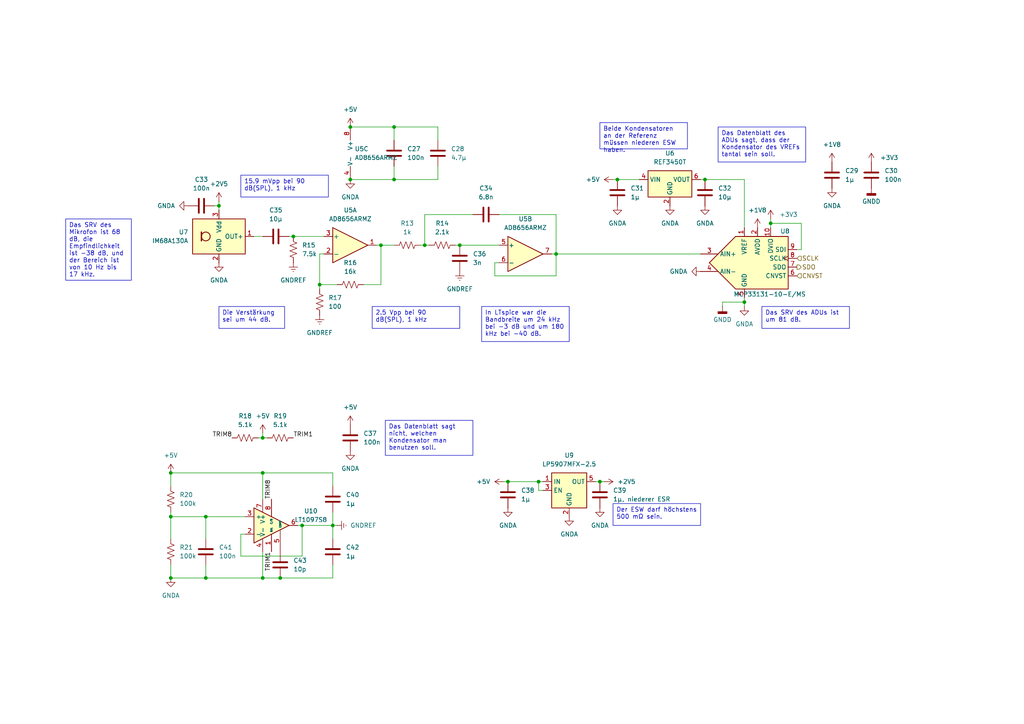
<source format=kicad_sch>
(kicad_sch (version 20231120) (generator "eeschema") (generator_version "8.0")
  (paper "A4")
  (lib_symbols
    (symbol "Amplifier_Operational:AD8656" (pin_names (offset 0.127))
      (property "Reference" "U" (at 0 5.08 0))
      (property "Value" "AD8656" (at 0 -5.08 0))
      (symbol "AD8656_1_1"
        (polyline (pts (xy -5.08 5.08) (xy 5.08 0) (xy -5.08 -5.08) (xy -5.08 5.08)) (stroke (width 0.254)) (fill (type background)))
        (pin output line (at 7.62 0 180) (length 2.54) (name "~") (number "1"))
        (pin input line (at -7.62 -2.54 0) (length 2.54) (name "-") (number "2"))
        (pin input line (at -7.62 2.54 0) (length 2.54) (name "+") (number "3"))
      )
      (symbol "AD8656_2_1"
        (polyline (pts (xy -5.08 5.08) (xy 5.08 0) (xy -5.08 -5.08) (xy -5.08 5.08)) (stroke (width 0.254)) (fill (type background)))
        (pin input line (at -7.62 2.54 0) (length 2.54) (name "+") (number "5"))
        (pin input line (at -7.62 -2.54 0) (length 2.54) (name "-") (number "6"))
        (pin output line (at 7.62 0 180) (length 2.54) (name "~") (number "7"))
      )
      (symbol "AD8656_3_1"
        (pin power_in line (at -2.54 -7.62 90) (length 3.81) (name "V-") (number "4"))
        (pin power_in line (at -2.54 7.62 270) (length 3.81) (name "V+") (number "8"))
      )
    )
    (symbol "Device:C" (pin_numbers hide) (pin_names (offset 0.254))
      (property "Reference" "C" (at 0.635 2.54 0))
      (property "Value" "C" (at 0.635 -2.54 0))
      (symbol "C_0_1"
        (polyline (pts (xy -2.032 -0.762) (xy 2.032 -0.762)) (stroke (width 0.508)))
        (polyline (pts (xy -2.032 0.762) (xy 2.032 0.762)) (stroke (width 0.508)))
      )
      (symbol "C_1_1"
        (pin passive line (at 0 3.81 270) (length 2.794) (name "~") (number "1"))
        (pin passive line (at 0 -3.81 90) (length 2.794) (name "~") (number "2"))
      )
    )
    (symbol "Device:R_US" (pin_numbers hide) (pin_names (offset 0))
      (property "Reference" "R" (at 2.54 0 90))
      (property "Value" "R_US" (at -2.54 0 90))
      (symbol "R_US_0_1"
        (polyline (pts (xy 0 -2.286) (xy 0 -2.54)))
        (polyline (pts (xy 0 2.286) (xy 0 2.54)))
        (polyline (pts (xy 0 -0.762) (xy 1.016 -1.143) (xy 0 -1.524) (xy -1.016 -1.905) (xy 0 -2.286)))
        (polyline (pts (xy 0 0.762) (xy 1.016 0.381) (xy 0 0) (xy -1.016 -0.381) (xy 0 -0.762)))
        (polyline (pts (xy 0 2.286) (xy 1.016 1.905) (xy 0 1.524) (xy -1.016 1.143) (xy 0 0.762)))
      )
      (symbol "R_US_1_1"
        (pin passive line (at 0 3.81 270) (length 1.27) (name "~") (number "1"))
        (pin passive line (at 0 -3.81 90) (length 1.27) (name "~") (number "2"))
      )
    )
    (symbol "Regulator_Linear:LP5907MFX-2.5"
      (property "Reference" "U" (at -3.81 6.35 0))
      (property "Value" "LP5907MFX-2.5" (at 6.35 6.35 0))
      (symbol "LP5907MFX-2.5_0_1"
        (rectangle (start -5.08 -5.08) (end 5.08 5.08) (stroke (width 0.254)) (fill (type background)))
        (pin power_in line (at -7.62 2.54 0) (length 2.54) (name "IN") (number "1"))
        (pin power_in line (at 0 -7.62 90) (length 2.54) (name "GND") (number "2"))
        (pin input line (at -7.62 0 0) (length 2.54) (name "EN") (number "3"))
        (pin no_connect line (at 5.08 0 180) (length 2.54) hide (name "NC") (number "4"))
        (pin power_out line (at 7.62 2.54 180) (length 2.54) (name "OUT") (number "5"))
      )
    )
    (symbol "maßsymbole:IM68A130A"
      (property "Reference" "U" (at 6.096 8.636 0))
      (property "Value" "IM68A130A" (at 6.096 6.35 0))
      (symbol "IM68A130A_1_1"
        (rectangle (start -7.62 5.08) (end 7.62 -5.08) (stroke (width 0.254)) (fill (type background)))
        (circle (center -3.81 0) (radius 1.27) (stroke (width 0.254)))
        (polyline (pts (xy -5.08 1.27) (xy -5.08 -1.27)) (stroke (width 0.381)))
        (pin output line (at 10.16 0 180) (length 2.54) (name "OUT+") (number "1"))
        (pin power_in line (at 0 -7.62 90) (length 2.54) (name "GND") (number "2"))
        (pin power_in line (at 0 7.62 270) (length 2.54) (name "Vdd") (number "3"))
        (pin passive line (at 0 -7.62 90) (length 2.54) hide (name "GND") (number "4"))
        (pin passive line (at 0 -7.62 90) (length 2.54) hide (name "GND") (number "4"))
      )
    )
    (symbol "maßsymbole:LT1097S8"
      (property "Reference" "U" (at 4.318 5.588 0))
      (property "Value" "LT1097S8" (at 5.08 3.81 0))
      (symbol "LT1097S8_0_1"
        (polyline (pts (xy -5.08 5.08) (xy 5.08 0) (xy -5.08 -5.08) (xy -5.08 5.08)) (stroke (width 0.254)) (fill (type background)))
      )
      (symbol "LT1097S8_1_1"
        (pin input line (at 0 -7.62 90) (length 5.08) (name "BAL") (number "1"))
        (pin input line (at -7.62 -2.54 0) (length 2.54) (name "-") (number "2"))
        (pin input line (at -7.62 2.54 0) (length 2.54) (name "+") (number "3"))
        (pin power_in line (at -2.54 -7.62 90) (length 3.81) (name "V-") (number "4"))
        (pin input line (at 2.54 -7.62 90) (length 6.35) (name "COMP") (number "5"))
        (pin output line (at 7.62 0 180) (length 2.54) (name "~") (number "6"))
        (pin power_in line (at -2.54 7.62 270) (length 3.81) (name "V+") (number "7"))
        (pin input line (at 0 7.62 270) (length 5.08) (name "C/B") (number "8"))
      )
    )
    (symbol "maßsymbole:MCP331"
      (property "Reference" "U5" (at 10.414 9.144 0))
      (property "Value" "MCP33131" (at 7.366 -9.144 0))
      (symbol "MCP331_0_0"
        (polyline (pts (xy -10.16 0) (xy -2.54 7.62) (xy 12.7 7.62) (xy 12.7 -7.62) (xy -2.54 -7.62) (xy -10.16 0)) (stroke (width 0.254)) (fill (type background)))
      )
      (symbol "MCP331_1_1"
        (pin power_in line (at 0 10.16 270) (length 2.54) (name "VREF") (number "1"))
        (pin power_in line (at 7.62 10.16 270) (length 2.54) (name "DVIO") (number "10"))
        (pin power_in line (at 3.81 10.16 270) (length 2.54) (name "AVDD") (number "2"))
        (pin input line (at -12.7 2.54 0) (length 5.08) (name "AIN+") (number "3"))
        (pin input line (at -12.7 -2.54 0) (length 5.08) (name "AIN-") (number "4"))
        (pin power_in line (at 0 -10.16 90) (length 2.54) (name "GND") (number "5"))
        (pin input line (at 15.24 -3.81 180) (length 2.54) (name "CNVST") (number "6"))
        (pin output line (at 15.24 -1.27 180) (length 2.54) (name "SDO") (number "7"))
        (pin input clock (at 15.24 1.27 180) (length 2.54) (name "SCLK") (number "8"))
        (pin input line (at 15.24 3.81 180) (length 2.54) (name "SDI") (number "9"))
      )
    )
    (symbol "maßsymbole:REF3450T"
      (property "Reference" "U" (at 0 5.842 0))
      (property "Value" "REF3450T" (at 0.254 3.81 0))
      (symbol "REF3450T_0_1"
        (rectangle (start -6.35 2.54) (end 6.35 -5.08) (stroke (width 0.254)) (fill (type background)))
      )
      (symbol "REF3450T_1_1"
        (pin input line (at 0 -7.62 90) (length 2.54) (name "GND") (number "2"))
        (pin power_in line (at -8.89 0 0) (length 2.54) (name "VIN") (number "4"))
        (pin output line (at 8.89 0 180) (length 2.54) (name "VOUT") (number "6"))
      )
    )
    (symbol "power:+1V8" (power) (pin_names (offset 0))
      (property "Value" "+1V8" (at 0 3.556 0))
      (symbol "+1V8_0_1"
        (polyline (pts (xy -0.762 1.27) (xy 0 2.54)))
        (polyline (pts (xy 0 0) (xy 0 2.54)))
        (polyline (pts (xy 0 2.54) (xy 0.762 1.27)))
      )
      (symbol "+1V8_1_1"
        (pin power_in line (at 0 0 90) (length 0) hide (name "+1V8") (number "1"))
      )
    )
    (symbol "power:+2V5" (power) (pin_numbers hide) (pin_names (offset 0) hide)
      (property "Value" "+2V5" (at 0 3.556 0))
      (symbol "+2V5_0_1"
        (polyline (pts (xy -0.762 1.27) (xy 0 2.54)))
        (polyline (pts (xy 0 0) (xy 0 2.54)))
        (polyline (pts (xy 0 2.54) (xy 0.762 1.27)))
      )
      (symbol "+2V5_1_1"
        (pin power_in line (at 0 0 90) (length 0) (name "~") (number "1"))
      )
    )
    (symbol "power:+3.3V" (power) (pin_names (offset 0))
      (property "Value" "+3.3V" (at 0 3.556 0))
      (symbol "+3.3V_0_1"
        (polyline (pts (xy -0.762 1.27) (xy 0 2.54)))
        (polyline (pts (xy 0 0) (xy 0 2.54)))
        (polyline (pts (xy 0 2.54) (xy 0.762 1.27)))
      )
      (symbol "+3.3V_1_1"
        (pin power_in line (at 0 0 90) (length 0) hide (name "+3.3V") (number "1"))
      )
    )
    (symbol "power:+5V" (power) (pin_names (offset 0))
      (property "Value" "+5V" (at 0 3.556 0))
      (symbol "+5V_0_1"
        (polyline (pts (xy -0.762 1.27) (xy 0 2.54)))
        (polyline (pts (xy 0 0) (xy 0 2.54)))
        (polyline (pts (xy 0 2.54) (xy 0.762 1.27)))
      )
      (symbol "+5V_1_1"
        (pin power_in line (at 0 0 90) (length 0) hide (name "+5V") (number "1"))
      )
    )
    (symbol "power:GNDA" (power) (pin_numbers hide) (pin_names (offset 0) hide)
      (property "Value" "GNDA" (at 0 -3.81 0))
      (symbol "GNDA_0_1"
        (polyline (pts (xy 0 0) (xy 0 -1.27) (xy 1.27 -1.27) (xy 0 -2.54) (xy -1.27 -1.27) (xy 0 -1.27)))
      )
      (symbol "GNDA_1_1"
        (pin power_in line (at 0 0 270) (length 0) (name "~") (number "1"))
      )
    )
    (symbol "power:GNDD" (power) (pin_numbers hide) (pin_names (offset 0) hide)
      (property "Value" "GNDD" (at 0 -3.175 0))
      (symbol "GNDD_0_1"
        (rectangle (start -1.27 -1.524) (end 1.27 -2.032) (stroke (width 0.254)) (fill (type outline)))
        (polyline (pts (xy 0 0) (xy 0 -1.524)))
      )
      (symbol "GNDD_1_1"
        (pin power_in line (at 0 0 270) (length 0) (name "~") (number "1"))
      )
    )
    (symbol "power:GNDREF" (power) (pin_numbers hide) (pin_names (offset 0) hide)
      (property "Value" "GNDREF" (at 0 -3.81 0))
      (symbol "GNDREF_0_1"
        (polyline (pts (xy -0.635 -1.905) (xy 0.635 -1.905)))
        (polyline (pts (xy -0.127 -2.54) (xy 0.127 -2.54)))
        (polyline (pts (xy 0 -1.27) (xy 0 0)))
        (polyline (pts (xy 1.27 -1.27) (xy -1.27 -1.27)))
      )
      (symbol "GNDREF_1_1"
        (pin power_in line (at 0 0 270) (length 0) (name "~") (number "1"))
      )
    )
  )
  (junction (at 133.35 71.12))
  (junction (at 63.5 59.69))
  (junction (at 49.53 167.64))
  (junction (at 114.3 36.83))
  (junction (at 173.99 139.7))
  (junction (at 92.71 82.55))
  (junction (at 114.3 52.07))
  (junction (at 161.29 73.66))
  (junction (at 49.53 149.86))
  (junction (at 110.49 71.12))
  (junction (at 76.2 167.64))
  (junction (at 59.69 167.64))
  (junction (at 156.21 139.7))
  (junction (at 49.53 137.16))
  (junction (at 204.47 52.07))
  (junction (at 179.07 52.07))
  (junction (at 101.6 52.07))
  (junction (at 85.09 68.58))
  (junction (at 215.9 87.63))
  (junction (at 223.52 64.77))
  (junction (at 101.6 36.83))
  (junction (at 87.63 152.4))
  (junction (at 123.19 71.12))
  (junction (at 96.52 152.4))
  (junction (at 76.2 127))
  (junction (at 81.28 167.64))
  (junction (at 147.32 139.7))
  (junction (at 59.69 149.86))
  (junction (at 76.2 137.16))
  (wire (pts (xy 161.29 80.01) (xy 161.29 73.66)))
  (wire (pts (xy 215.9 66.04) (xy 215.9 52.07)))
  (wire (pts (xy 123.19 62.23) (xy 137.16 62.23)))
  (wire (pts (xy 87.63 152.4) (xy 86.36 152.4)))
  (wire (pts (xy 76.2 137.16) (xy 76.2 144.78)))
  (wire (pts (xy 63.5 58.42) (xy 63.5 59.69)))
  (wire (pts (xy 215.9 52.07) (xy 204.47 52.07)))
  (wire (pts (xy 49.53 149.86) (xy 59.69 149.86)))
  (wire (pts (xy 76.2 167.64) (xy 81.28 167.64)))
  (wire (pts (xy 123.19 62.23) (xy 123.19 71.12)))
  (wire (pts (xy 59.69 149.86) (xy 59.69 156.21)))
  (wire (pts (xy 76.2 160.02) (xy 76.2 167.64)))
  (wire (pts (xy 127 48.26) (xy 127 52.07)))
  (wire (pts (xy 92.71 82.55) (xy 97.79 82.55)))
  (wire (pts (xy 223.52 63.5) (xy 223.52 64.77)))
  (wire (pts (xy 215.9 86.36) (xy 215.9 87.63)))
  (wire (pts (xy 92.71 73.66) (xy 93.98 73.66)))
  (wire (pts (xy 175.26 139.7) (xy 173.99 139.7)))
  (wire (pts (xy 92.71 82.55) (xy 92.71 73.66)))
  (wire (pts (xy 156.21 142.24) (xy 156.21 139.7)))
  (wire (pts (xy 143.51 76.2) (xy 143.51 80.01)))
  (wire (pts (xy 161.29 62.23) (xy 161.29 73.66)))
  (wire (pts (xy 62.23 59.69) (xy 63.5 59.69)))
  (wire (pts (xy 110.49 71.12) (xy 114.3 71.12)))
  (wire (pts (xy 144.78 62.23) (xy 161.29 62.23)))
  (wire (pts (xy 96.52 152.4) (xy 97.79 152.4)))
  (wire (pts (xy 59.69 163.83) (xy 59.69 167.64)))
  (wire (pts (xy 127 52.07) (xy 114.3 52.07)))
  (wire (pts (xy 69.85 154.94) (xy 69.85 161.29)))
  (wire (pts (xy 143.51 80.01) (xy 161.29 80.01)))
  (wire (pts (xy 127 36.83) (xy 114.3 36.83)))
  (wire (pts (xy 49.53 148.59) (xy 49.53 149.86)))
  (wire (pts (xy 160.02 73.66) (xy 161.29 73.66)))
  (wire (pts (xy 127 40.64) (xy 127 36.83)))
  (wire (pts (xy 87.63 161.29) (xy 87.63 152.4)))
  (wire (pts (xy 92.71 83.82) (xy 92.71 82.55)))
  (wire (pts (xy 76.2 137.16) (xy 96.52 137.16)))
  (wire (pts (xy 69.85 161.29) (xy 87.63 161.29)))
  (wire (pts (xy 76.2 127) (xy 74.93 127)))
  (wire (pts (xy 76.2 125.73) (xy 76.2 127)))
  (wire (pts (xy 215.9 87.63) (xy 215.9 88.9)))
  (wire (pts (xy 223.52 64.77) (xy 232.41 64.77)))
  (wire (pts (xy 161.29 73.66) (xy 203.2 73.66)))
  (wire (pts (xy 177.8 52.07) (xy 179.07 52.07)))
  (wire (pts (xy 49.53 137.16) (xy 49.53 140.97)))
  (wire (pts (xy 209.55 88.9) (xy 209.55 87.63)))
  (wire (pts (xy 105.41 82.55) (xy 110.49 82.55)))
  (wire (pts (xy 147.32 139.7) (xy 156.21 139.7)))
  (wire (pts (xy 232.41 72.39) (xy 232.41 64.77)))
  (wire (pts (xy 203.2 52.07) (xy 204.47 52.07)))
  (wire (pts (xy 209.55 87.63) (xy 215.9 87.63)))
  (wire (pts (xy 83.82 68.58) (xy 85.09 68.58)))
  (wire (pts (xy 73.66 68.58) (xy 76.2 68.58)))
  (wire (pts (xy 156.21 139.7) (xy 157.48 139.7)))
  (wire (pts (xy 49.53 167.64) (xy 59.69 167.64)))
  (wire (pts (xy 71.12 154.94) (xy 69.85 154.94)))
  (wire (pts (xy 114.3 36.83) (xy 114.3 40.64)))
  (wire (pts (xy 96.52 163.83) (xy 96.52 167.64)))
  (wire (pts (xy 110.49 71.12) (xy 109.22 71.12)))
  (wire (pts (xy 87.63 152.4) (xy 96.52 152.4)))
  (wire (pts (xy 49.53 149.86) (xy 49.53 156.21)))
  (wire (pts (xy 81.28 167.64) (xy 96.52 167.64)))
  (wire (pts (xy 110.49 82.55) (xy 110.49 71.12)))
  (wire (pts (xy 179.07 52.07) (xy 185.42 52.07)))
  (wire (pts (xy 96.52 140.97) (xy 96.52 137.16)))
  (wire (pts (xy 157.48 142.24) (xy 156.21 142.24)))
  (wire (pts (xy 49.53 137.16) (xy 76.2 137.16)))
  (wire (pts (xy 96.52 148.59) (xy 96.52 152.4)))
  (wire (pts (xy 59.69 167.64) (xy 76.2 167.64)))
  (wire (pts (xy 59.69 149.86) (xy 71.12 149.86)))
  (wire (pts (xy 49.53 163.83) (xy 49.53 167.64)))
  (wire (pts (xy 63.5 60.96) (xy 63.5 59.69)))
  (wire (pts (xy 96.52 152.4) (xy 96.52 156.21)))
  (wire (pts (xy 223.52 64.77) (xy 223.52 66.04)))
  (wire (pts (xy 173.99 139.7) (xy 172.72 139.7)))
  (wire (pts (xy 114.3 52.07) (xy 114.3 48.26)))
  (wire (pts (xy 85.09 68.58) (xy 93.98 68.58)))
  (wire (pts (xy 133.35 71.12) (xy 144.78 71.12)))
  (wire (pts (xy 132.08 71.12) (xy 133.35 71.12)))
  (wire (pts (xy 101.6 36.83) (xy 114.3 36.83)))
  (wire (pts (xy 146.05 139.7) (xy 147.32 139.7)))
  (wire (pts (xy 144.78 76.2) (xy 143.51 76.2)))
  (wire (pts (xy 76.2 127) (xy 77.47 127)))
  (wire (pts (xy 121.92 71.12) (xy 123.19 71.12)))
  (wire (pts (xy 231.14 72.39) (xy 232.41 72.39)))
  (wire (pts (xy 101.6 52.07) (xy 114.3 52.07)))
  (wire (pts (xy 123.19 71.12) (xy 124.46 71.12)))
  (text_box "Das Datenblatt des ADUs sagt, dass der Kondensator des VREFs tantal sein soll." (at 208.28 36.83 0) (size 25.4 10.16) (effects (font (size 1.27 1.27)) (justify left top)))
  (text_box "15.9 mVpp bei 90 dB(SPL), 1 kHz" (at 69.85 50.8 0) (size 25.4 6.35) (effects (font (size 1.27 1.27)) (justify left top)))
  (text_box "Das SRV des Mikrofon ist 68 dB, die Empfindlichkeit ist -38 dB, und der Bereich ist von 10 Hz bis 17 kHz." (at 19.05 63.5 0) (size 19.05 17.78) (effects (font (size 1.27 1.27)) (justify left top)))
  (text_box "Die Verstärkung sei um 44 dB." (at 63.5 88.9 0) (size 19.05 6.35) (effects (font (size 1.27 1.27)) (justify left top)))
  (text_box "In LTspice war die Bandbreite um 24 kHz bei -3 dB und um 180 kHz bei -40 dB." (at 139.7 88.9 0) (size 25.4 10.16) (effects (font (size 1.27 1.27)) (justify left top)))
  (text_box "Das SRV des ADUs ist um 81 dB." (at 220.98 88.9 0) (size 25.4 6.35) (effects (font (size 1.27 1.27)) (justify left top)))
  (text_box "Beide Kondensatoren an der Referenz müssen niederen ESW haben." (at 173.99 35.56 0) (size 25.4 7.62) (effects (font (size 1.27 1.27)) (justify left top)))
  (text_box "2.5 Vpp bei 90 dB(SPL), 1 kHz" (at 107.95 88.9 0) (size 25.4 6.35) (effects (font (size 1.27 1.27)) (justify left top)))
  (text_box "Der ESW darf höchstens 500 mΩ sein." (at 177.8 146.05 0) (size 25.4 6.35) (effects (font (size 1.27 1.27)) (justify left top)))
  (text_box "Das Datenblatt sagt nicht, welchen Kondensator man benutzen soll." (at 111.76 121.92 0) (size 25.4 10.16) (effects (font (size 1.27 1.27)) (justify left top)))
  (label "TRIM1" (at 85.09 127 0))
  (label "TRIM1" (at 78.74 160.02 270))
  (label "TRIM8" (at 67.31 127 180))
  (label "TRIM8" (at 78.74 144.78 90))
  (hierarchical_label "SDO" (shape output) (at 231.14 77.47 0))
  (hierarchical_label "SCLK" (shape input) (at 231.14 74.93 0))
  (hierarchical_label "CNVST" (shape input) (at 231.14 80.01 0))
  (symbol (lib_id "Device:C") (at 101.6 127 0) (unit 1)
    (property "Reference" "C37" (at 105.41 125.73 0) (effects (justify left)))
    (property "Value" "100n" (at 105.41 128.27 0) (effects (justify left)))
    (property "Footprint" "Capacitor_SMD:C_0603_1608Metric" (effects (hide yes)))
  )
  (symbol (lib_id "Device:R_US") (at 118.11 71.12 90) (unit 1)
    (property "Reference" "R13" (at 118.11 64.77 90))
    (property "Value" "1k" (at 118.11 67.31 90))
    (property "Footprint" "Resistor_SMD:R_0603_1608Metric" (effects (hide yes)))
    (property "Description" "Resistor, US symbol" (effects (hide yes)))
  )
  (symbol (lib_id "maßsymbole:LT1097S8") (at 78.74 152.4 0) (unit 1)
    (property "Reference" "U10" (at 90.17 148.209 0))
    (property "Value" "LT1097S8" (at 90.17 150.749 0))
    (property "Footprint" "Package_SO:SOIC-8_3.9x4.9mm_P1.27mm" (effects (hide yes)))
    (property "Datasheet" "https://www.analog.com/media/en/technical-documentation/data-sheets/1097fas.pdf" (effects (hide yes)))
  )
  (symbol (lib_id "Device:C") (at 81.28 163.83 0) (unit 1)
    (property "Reference" "C43" (at 85.09 162.5599 0) (effects (justify left)))
    (property "Value" "10p" (at 85.09 165.0999 0) (effects (justify left)))
    (property "Footprint" "Capacitor_SMD:C_0603_1608Metric" (effects (hide yes)))
    (property "Description" "Unpolarized capacitor" (effects (hide yes)))
  )
  (symbol (lib_id "maßsymbole:MCP331") (at 215.9 76.2 0) (unit 1)
    (property "Reference" "U8" (at 226.314 67.056 0) (effects (justify left)))
    (property "Value" "MCP33131-10-E/MS" (at 223.266 85.344 0))
    (property "Footprint" "Package_SO:MSOP-10_3x3mm_P0.5mm" (effects (hide yes)))
    (property "Datasheet" "https://ww1.microchip.com/downloads/en/DeviceDoc/MCP33131-MCP33121-MCP33111-Family-Data-Sheet-DS20006122A.pdf" (effects (hide yes)))
  )
  (symbol (lib_id "power:GNDA") (at 49.53 167.64 0) (unit 1)
    (property "Reference" "#PWR056" (effects (hide yes)))
    (property "Value" "GNDA" (at 49.53 172.72 0))
    (property "Description" "Power symbol creates a global label with name \"GNDA\" , analog ground" (effects (hide yes)))
  )
  (symbol (lib_id "power:GNDA") (at 203.2 78.74 270) (unit 1)
    (property "Reference" "#PWR047" (effects (hide yes)))
    (property "Value" "GNDA" (at 199.39 78.7399 90) (effects (justify right)))
    (property "Description" "Power symbol creates a global label with name \"GNDA\" , analog ground" (effects (hide yes)))
  )
  (symbol (lib_id "power:GNDA") (at 241.3 54.61 0) (unit 1)
    (property "Reference" "#PWR044" (effects (hide yes)))
    (property "Value" "GNDA" (at 241.3 59.69 0))
    (property "Description" "Power symbol creates a global label with name \"GNDA\" , analog ground" (effects (hide yes)))
  )
  (symbol (lib_id "power:GNDA") (at 54.61 59.69 270) (unit 1)
    (property "Reference" "#PWR066" (effects (hide yes)))
    (property "Value" "GNDA" (at 50.8 59.6899 90) (effects (justify right)))
    (property "Description" "Power symbol creates a global label with name \"GNDA\" , analog ground" (effects (hide yes)))
  )
  (symbol (lib_id "power:GNDA") (at 165.1 149.86 0) (unit 1)
    (property "Reference" "#PWR067" (effects (hide yes)))
    (property "Value" "GNDA" (at 165.1 154.94 0))
    (property "Description" "Power symbol creates a global label with name \"GNDA\" , analog ground" (effects (hide yes)))
  )
  (symbol (lib_id "power:GNDA") (at 147.32 147.32 0) (unit 1)
    (property "Reference" "#PWR072" (effects (hide yes)))
    (property "Value" "GNDA" (at 147.32 152.4 0))
    (property "Description" "Power symbol creates a global label with name \"GNDA\" , analog ground" (effects (hide yes)))
  )
  (symbol (lib_id "Device:C") (at 114.3 44.45 0) (unit 1)
    (property "Reference" "C27" (at 118.11 43.18 0) (effects (justify left)))
    (property "Value" "100n" (at 118.11 45.72 0) (effects (justify left)))
    (property "Footprint" "Capacitor_SMD:C_0603_1608Metric" (effects (hide yes)))
  )
  (symbol (lib_id "Device:R_US") (at 81.28 127 90) (unit 1)
    (property "Reference" "R19" (at 81.28 120.65 90))
    (property "Value" "5.1k" (at 81.28 123.19 90))
    (property "Footprint" "Resistor_SMD:R_0603_1608Metric" (effects (hide yes)))
    (property "Description" "Resistor, US symbol" (effects (hide yes)))
  )
  (symbol (lib_id "Device:C") (at 127 44.45 0) (unit 1)
    (property "Reference" "C28" (at 130.81 43.1799 0) (effects (justify left)))
    (property "Value" "4.7μ" (at 130.81 45.7199 0) (effects (justify left)))
    (property "Footprint" "Capacitor_SMD:C_1206_3216Metric" (effects (hide yes)))
    (property "Description" "Unpolarized capacitor" (effects (hide yes)))
  )
  (symbol (lib_id "power:GNDA") (at 179.07 59.69 0) (unit 1)
    (property "Reference" "#PWR051" (effects (hide yes)))
    (property "Value" "GNDA" (at 179.07 64.77 0))
    (property "Description" "Power symbol creates a global label with name \"GNDA\" , analog ground" (effects (hide yes)))
  )
  (symbol (lib_id "power:+5V") (at 101.6 123.19 0) (unit 1)
    (property "Reference" "#PWR059" (effects (hide yes)))
    (property "Value" "+5V" (at 101.6 118.11 0))
  )
  (symbol (lib_id "power:GNDA") (at 101.6 130.81 0) (unit 1)
    (property "Reference" "#PWR058" (effects (hide yes)))
    (property "Value" "GNDA" (at 101.6 135.89 0))
    (property "Description" "Power symbol creates a global label with name \"GNDA\" , analog ground" (effects (hide yes)))
  )
  (symbol (lib_id "power:+5V") (at 101.6 36.83 0) (unit 1)
    (property "Reference" "#PWR061" (effects (hide yes)))
    (property "Value" "+5V" (at 101.6 31.75 0))
  )
  (symbol (lib_id "Regulator_Linear:LP5907MFX-2.5") (at 165.1 142.24 0) (unit 1)
    (property "Reference" "U9" (at 165.1 132.08 0))
    (property "Value" "LP5907MFX-2.5" (at 165.1 134.62 0))
    (property "Footprint" "Package_TO_SOT_SMD:SOT-23-5" (effects (hide yes)))
    (property "Datasheet" "http://www.ti.com/lit/ds/symlink/lp5907.pdf" (effects (hide yes)))
    (property "Description" "250-mA Ultra-Low-Noise Low-IQ LDO, 2.5V, SOT-23" (effects (hide yes)))
  )
  (symbol (lib_id "power:GNDREF") (at 133.35 78.74 0) (unit 1)
    (property "Reference" "#PWR062" (effects (hide yes)))
    (property "Value" "GNDREF" (at 133.35 83.82 0))
    (property "Description" "Power symbol creates a global label with name \"GNDREF\" , reference supply ground" (effects (hide yes)))
  )
  (symbol (lib_id "maßsymbole:REF3450T") (at 194.31 52.07 0) (unit 1)
    (property "Reference" "U6" (at 194.31 44.45 0))
    (property "Value" "REF3450T" (at 194.31 46.99 0))
    (property "Footprint" "Package_TO_SOT_SMD:SOT-23-6" (effects (hide yes)))
    (property "Datasheet" "https://www.ti.com/lit/ds/symlink/ref3425.pdf" (effects (hide yes)))
  )
  (symbol (lib_id "power:GNDA") (at 173.99 147.32 0) (unit 1)
    (property "Reference" "#PWR071" (effects (hide yes)))
    (property "Value" "GNDA" (at 173.99 152.4 0))
    (property "Description" "Power symbol creates a global label with name \"GNDA\" , analog ground" (effects (hide yes)))
  )
  (symbol (lib_id "Amplifier_Operational:AD8656") (at 101.6 71.12 0) (unit 1)
    (property "Reference" "U5" (at 101.6 60.96 0))
    (property "Value" "AD8656ARMZ" (at 101.6 63.5 0))
    (property "Footprint" "Package_SO:MSOP-8_3x3mm_P0.65mm" (effects (hide yes)))
    (property "Datasheet" "https://www.analog.com/media/en/technical-documentation/data-sheets/ad8655_8656.pdf" (effects (hide yes)))
    (property "Description" "Dual Low Noise, Precision CMOS Amplifier" (effects (hide yes)))
  )
  (symbol (lib_id "Device:C") (at 252.73 50.8 0) (unit 1)
    (property "Reference" "C30" (at 256.54 49.53 0) (effects (justify left)))
    (property "Value" "100n" (at 256.54 52.07 0) (effects (justify left)))
    (property "Footprint" "Capacitor_SMD:C_0603_1608Metric" (effects (hide yes)))
  )
  (symbol (lib_id "Device:C") (at 80.01 68.58 90) (unit 1)
    (property "Reference" "C35" (at 80.01 60.96 90))
    (property "Value" "10μ" (at 80.01 63.5 90))
    (property "Footprint" "Capacitor_SMD:C_0603_1608Metric" (effects (hide yes)))
  )
  (symbol (lib_id "power:GNDA") (at 63.5 76.2 0) (unit 1)
    (property "Reference" "#PWR065" (effects (hide yes)))
    (property "Value" "GNDA" (at 63.5 81.28 0))
    (property "Description" "Power symbol creates a global label with name \"GNDA\" , analog ground" (effects (hide yes)))
  )
  (symbol (lib_id "power:+2V5") (at 175.26 139.7 270) (unit 1)
    (property "Reference" "#PWR069" (effects (hide yes)))
    (property "Value" "+2V5" (at 179.07 139.6999 90) (effects (justify left)))
    (property "Description" "Power symbol creates a global label with name \"+2V5\"" (effects (hide yes)))
  )
  (symbol (lib_id "Device:C") (at 147.32 143.51 0) (unit 1)
    (property "Reference" "C38" (at 151.13 142.2399 0) (effects (justify left)))
    (property "Value" "1μ" (at 151.13 144.7799 0) (effects (justify left)))
    (property "Footprint" "Capacitor_SMD:C_1206_3216Metric" (effects (hide yes)))
    (property "Description" "Unpolarized capacitor" (effects (hide yes)))
  )
  (symbol (lib_id "Device:R_US") (at 49.53 160.02 0) (unit 1)
    (property "Reference" "R21" (at 52.07 158.7499 0) (effects (justify left)))
    (property "Value" "100k" (at 52.07 161.2899 0) (effects (justify left)))
    (property "Footprint" "Resistor_SMD:R_0603_1608Metric" (effects (hide yes)))
    (property "Description" "Resistor, US symbol" (effects (hide yes)))
  )
  (symbol (lib_id "Device:C") (at 204.47 55.88 0) (unit 1)
    (property "Reference" "C32" (at 208.28 54.6099 0) (effects (justify left)))
    (property "Value" "10μ" (at 208.28 57.1499 0) (effects (justify left)))
    (property "Footprint" "Capacitor_SMD:C_1206_3216Metric" (effects (hide yes)))
    (property "Description" "Tantalum capacitor" (effects (hide yes)))
  )
  (symbol (lib_id "power:GNDA") (at 215.9 88.9 0) (unit 1)
    (property "Reference" "#PWR049" (effects (hide yes)))
    (property "Value" "GNDA" (at 215.9 93.98 0))
    (property "Description" "Power symbol creates a global label with name \"GNDA\" , analog ground" (effects (hide yes)))
  )
  (symbol (lib_id "Device:C") (at 133.35 74.93 180) (unit 1)
    (property "Reference" "C36" (at 137.16 73.6599 0) (effects (justify right)))
    (property "Value" "3n" (at 137.16 76.1999 0) (effects (justify right)))
    (property "Footprint" "Capacitor_SMD:C_0603_1608Metric" (effects (hide yes)))
  )
  (symbol (lib_id "power:GNDD") (at 252.73 54.61 0) (unit 1)
    (property "Reference" "#PWR041" (effects (hide yes)))
    (property "Value" "GNDD" (at 252.73 58.42 0))
    (property "Description" "Power symbol creates a global label with name \"GNDD\" , digital ground" (effects (hide yes)))
  )
  (symbol (lib_id "Device:C") (at 96.52 160.02 0) (unit 1)
    (property "Reference" "C42" (at 100.33 158.7499 0) (effects (justify left)))
    (property "Value" "1μ" (at 100.33 161.2899 0) (effects (justify left)))
    (property "Footprint" "Capacitor_SMD:C_0603_1608Metric" (effects (hide yes)))
    (property "Description" "Unpolarized capacitor" (effects (hide yes)))
  )
  (symbol (lib_id "power:GNDD") (at 209.55 88.9 0) (unit 1)
    (property "Reference" "#PWR050" (effects (hide yes)))
    (property "Value" "GNDD" (at 209.55 92.71 0))
    (property "Description" "Power symbol creates a global label with name \"GNDD\" , digital ground" (effects (hide yes)))
  )
  (symbol (lib_id "Device:C") (at 173.99 143.51 0) (unit 1)
    (property "Reference" "C39" (at 177.8 142.2399 0) (effects (justify left)))
    (property "Value" "1μ, niederer ESR" (at 177.8 144.7799 0) (effects (justify left)))
    (property "Footprint" "Capacitor_SMD:C_1206_3216Metric" (effects (hide yes)))
    (property "Description" "Unpolarized capacitor" (effects (hide yes)))
  )
  (symbol (lib_id "power:+5V") (at 76.2 125.73 0) (unit 1)
    (property "Reference" "#PWR057" (effects (hide yes)))
    (property "Value" "+5V" (at 76.2 120.65 0))
  )
  (symbol (lib_id "power:+5V") (at 49.53 137.16 0) (unit 1)
    (property "Reference" "#PWR054" (effects (hide yes)))
    (property "Value" "+5V" (at 49.53 132.08 0))
  )
  (symbol (lib_id "power:+2V5") (at 63.5 58.42 0) (unit 1)
    (property "Reference" "#PWR070" (effects (hide yes)))
    (property "Value" "+2V5" (at 63.5 53.34 0))
    (property "Description" "Power symbol creates a global label with name \"+2V5\"" (effects (hide yes)))
  )
  (symbol (lib_id "Device:C") (at 140.97 62.23 90) (unit 1)
    (property "Reference" "C34" (at 140.97 54.61 90))
    (property "Value" "6.8n" (at 140.97 57.15 90))
    (property "Footprint" "Capacitor_SMD:C_0603_1608Metric" (effects (hide yes)))
  )
  (symbol (lib_id "power:GNDREF") (at 97.79 152.4 90) (unit 1)
    (property "Reference" "#PWR055" (effects (hide yes)))
    (property "Value" "GNDREF" (at 101.6 152.3999 90) (effects (justify right)))
    (property "Description" "Power symbol creates a global label with name \"GNDREF\" , reference supply ground" (effects (hide yes)))
  )
  (symbol (lib_id "Device:R_US") (at 101.6 82.55 90) (unit 1)
    (property "Reference" "R16" (at 101.6 76.2 90))
    (property "Value" "16k" (at 101.6 78.74 90))
    (property "Footprint" "Resistor_SMD:R_0603_1608Metric" (effects (hide yes)))
    (property "Description" "Resistor, US symbol" (effects (hide yes)))
  )
  (symbol (lib_id "Device:R_US") (at 128.27 71.12 90) (unit 1)
    (property "Reference" "R14" (at 128.27 64.77 90))
    (property "Value" "2.1k" (at 128.27 67.31 90))
    (property "Footprint" "Resistor_SMD:R_0603_1608Metric" (effects (hide yes)))
    (property "Description" "Resistor, US symbol" (effects (hide yes)))
  )
  (symbol (lib_id "Device:C") (at 179.07 55.88 0) (unit 1)
    (property "Reference" "C31" (at 182.88 54.6099 0) (effects (justify left)))
    (property "Value" "1μ" (at 182.88 57.1499 0) (effects (justify left)))
    (property "Footprint" "Capacitor_SMD:C_1206_3216Metric" (effects (hide yes)))
    (property "Description" "Unpolarized capacitor" (effects (hide yes)))
  )
  (symbol (lib_id "power:+5V") (at 177.8 52.07 90) (unit 1)
    (property "Reference" "#PWR053" (effects (hide yes)))
    (property "Value" "+5V" (at 173.99 52.0699 90) (effects (justify left)))
  )
  (symbol (lib_id "Device:C") (at 241.3 50.8 0) (unit 1)
    (property "Reference" "C29" (at 245.11 49.53 0) (effects (justify left)))
    (property "Value" "1μ" (at 245.11 52.07 0) (effects (justify left)))
    (property "Footprint" "Capacitor_SMD:C_0603_1608Metric" (effects (hide yes)))
  )
  (symbol (lib_id "Amplifier_Operational:AD8656") (at 152.4 73.66 0) (unit 2)
    (property "Reference" "U5" (at 152.4 63.5 0))
    (property "Value" "AD8656ARMZ" (at 152.4 66.04 0))
    (property "Footprint" "Package_SO:MSOP-8_3x3mm_P0.65mm" (effects (hide yes)))
    (property "Datasheet" "https://www.analog.com/media/en/technical-documentation/data-sheets/ad8655_8656.pdf" (effects (hide yes)))
    (property "Description" "Dual Low Noise, Precision CMOS Amplifier" (effects (hide yes)))
  )
  (symbol (lib_id "power:+1V8") (at 219.71 66.04 0) (unit 1)
    (property "Reference" "#PWR042" (effects (hide yes)))
    (property "Value" "+1V8" (at 219.71 60.96 0))
  )
  (symbol (lib_id "power:+5V") (at 146.05 139.7 90) (unit 1)
    (property "Reference" "#PWR068" (effects (hide yes)))
    (property "Value" "+5V" (at 142.24 139.6999 90) (effects (justify left)))
  )
  (symbol (lib_id "Device:C") (at 96.52 144.78 0) (unit 1)
    (property "Reference" "C40" (at 100.33 143.5099 0) (effects (justify left)))
    (property "Value" "1μ" (at 100.33 146.0499 0) (effects (justify left)))
    (property "Footprint" "Capacitor_SMD:C_0603_1608Metric" (effects (hide yes)))
    (property "Description" "Unpolarized capacitor" (effects (hide yes)))
  )
  (symbol (lib_id "power:GNDA") (at 194.31 59.69 0) (unit 1)
    (property "Reference" "#PWR048" (effects (hide yes)))
    (property "Value" "GNDA" (at 194.31 64.77 0))
    (property "Description" "Power symbol creates a global label with name \"GNDA\" , analog ground" (effects (hide yes)))
  )
  (symbol (lib_id "Device:R_US") (at 92.71 87.63 180) (unit 1)
    (property "Reference" "R17" (at 95.25 86.3599 0) (effects (justify right)))
    (property "Value" "100" (at 95.25 88.8999 0) (effects (justify right)))
    (property "Footprint" "Resistor_SMD:R_0603_1608Metric" (effects (hide yes)))
    (property "Description" "Resistor, US symbol" (effects (hide yes)))
  )
  (symbol (lib_id "Device:C") (at 58.42 59.69 90) (unit 1)
    (property "Reference" "C33" (at 58.42 52.07 90))
    (property "Value" "100n" (at 58.42 54.61 90))
    (property "Footprint" "Capacitor_SMD:C_0603_1608Metric" (effects (hide yes)))
  )
  (symbol (lib_id "power:GNDREF") (at 92.71 91.44 0) (unit 1)
    (property "Reference" "#PWR063" (effects (hide yes)))
    (property "Value" "GNDREF" (at 92.71 96.52 0))
    (property "Description" "Power symbol creates a global label with name \"GNDREF\" , reference supply ground" (effects (hide yes)))
  )
  (symbol (lib_id "Amplifier_Operational:AD8656") (at 104.14 44.45 0) (unit 3)
    (property "Reference" "U5" (at 102.87 43.1799 0) (effects (justify left)))
    (property "Value" "AD8656ARMZ" (at 102.87 45.7199 0) (effects (justify left)))
    (property "Footprint" "Package_SO:MSOP-8_3x3mm_P0.65mm" (effects (hide yes)))
    (property "Datasheet" "https://www.analog.com/media/en/technical-documentation/data-sheets/ad8655_8656.pdf" (effects (hide yes)))
    (property "Description" "Dual Low Noise, Precision CMOS Amplifier" (effects (hide yes)))
  )
  (symbol (lib_id "power:+3.3V") (at 252.73 46.99 0) (unit 1)
    (property "Reference" "#PWR045" (effects (hide yes)))
    (property "Value" "+3V3" (at 255.27 45.7199 0) (effects (justify left)))
  )
  (symbol (lib_id "power:GNDREF") (at 85.09 76.2 0) (unit 1)
    (property "Reference" "#PWR064" (effects (hide yes)))
    (property "Value" "GNDREF" (at 85.09 81.28 0))
    (property "Description" "Power symbol creates a global label with name \"GNDREF\" , reference supply ground" (effects (hide yes)))
  )
  (symbol (lib_id "Device:C") (at 59.69 160.02 0) (unit 1)
    (property "Reference" "C41" (at 63.5 158.7499 0) (effects (justify left)))
    (property "Value" "100n" (at 63.5 161.2899 0) (effects (justify left)))
    (property "Footprint" "Capacitor_SMD:C_0603_1608Metric" (effects (hide yes)))
    (property "Description" "Unpolarized capacitor" (effects (hide yes)))
  )
  (symbol (lib_id "Device:R_US") (at 85.09 72.39 180) (unit 1)
    (property "Reference" "R15" (at 87.63 71.1199 0) (effects (justify right)))
    (property "Value" "7.5k" (at 87.63 73.6599 0) (effects (justify right)))
    (property "Footprint" "Resistor_SMD:R_0603_1608Metric" (effects (hide yes)))
    (property "Description" "Resistor, US symbol" (effects (hide yes)))
  )
  (symbol (lib_id "maßsymbole:IM68A130A") (at 63.5 68.58 0) (unit 1)
    (property "Reference" "U7" (at 54.61 67.3099 0) (effects (justify right)))
    (property "Value" "IM68A130A" (at 54.61 69.8499 0) (effects (justify right)))
    (property "Footprint" "maßstandflächen:IM68A130A_hand" (effects (hide yes)))
  )
  (symbol (lib_id "Device:R_US") (at 49.53 144.78 0) (unit 1)
    (property "Reference" "R20" (at 52.07 143.5099 0) (effects (justify left)))
    (property "Value" "100k" (at 52.07 146.0499 0) (effects (justify left)))
    (property "Footprint" "Resistor_SMD:R_0603_1608Metric" (effects (hide yes)))
    (property "Description" "Resistor, US symbol" (effects (hide yes)))
  )
  (symbol (lib_id "power:GNDA") (at 101.6 52.07 0) (unit 1)
    (property "Reference" "#PWR060" (effects (hide yes)))
    (property "Value" "GNDA" (at 101.6 57.15 0))
    (property "Description" "Power symbol creates a global label with name \"GNDA\" , analog ground" (effects (hide yes)))
  )
  (symbol (lib_id "Device:R_US") (at 71.12 127 90) (unit 1)
    (property "Reference" "R18" (at 71.12 120.65 90))
    (property "Value" "5.1k" (at 71.12 123.19 90))
    (property "Footprint" "Resistor_SMD:R_0603_1608Metric" (effects (hide yes)))
    (property "Description" "Resistor, US symbol" (effects (hide yes)))
  )
  (symbol (lib_id "power:GNDA") (at 204.47 59.69 0) (unit 1)
    (property "Reference" "#PWR052" (effects (hide yes)))
    (property "Value" "GNDA" (at 204.47 64.77 0))
    (property "Description" "Power symbol creates a global label with name \"GNDA\" , analog ground" (effects (hide yes)))
  )
  (symbol (lib_id "power:+3.3V") (at 223.52 63.5 0) (unit 1)
    (property "Reference" "#PWR043" (effects (hide yes)))
    (property "Value" "+3V3" (at 226.06 62.2299 0) (effects (justify left)))
  )
  (symbol (lib_id "power:+1V8") (at 241.3 46.99 0) (unit 1)
    (property "Reference" "#PWR046" (effects (hide yes)))
    (property "Value" "+1V8" (at 241.3 41.91 0))
  )
)
</source>
